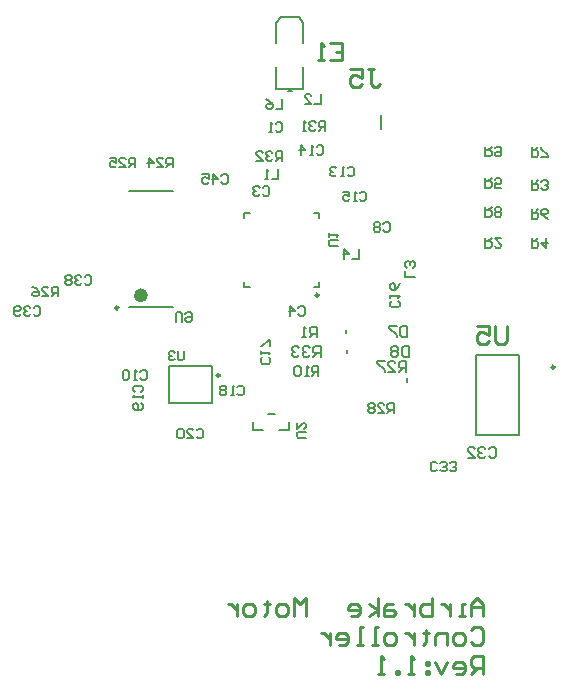
<source format=gbo>
G04*
G04 #@! TF.GenerationSoftware,Altium Limited,Altium Designer,21.5.1 (32)*
G04*
G04 Layer_Color=32896*
%FSLAX25Y25*%
%MOIN*%
G70*
G04*
G04 #@! TF.SameCoordinates,C11210EE-706E-4053-A979-2A702EC27353*
G04*
G04*
G04 #@! TF.FilePolarity,Positive*
G04*
G01*
G75*
%ADD10C,0.00787*%
%ADD11C,0.00984*%
%ADD12C,0.00600*%
%ADD16C,0.01000*%
%ADD17C,0.00500*%
%ADD116C,0.02362*%
D10*
X364461Y118008D02*
Y119190D01*
X364645Y111394D02*
Y112575D01*
X384831Y101909D02*
Y103091D01*
X350284Y214827D02*
Y221520D01*
X341228Y221520D02*
X342803Y223488D01*
X348709D02*
X350284Y221520D01*
X341228Y214827D02*
Y221520D01*
X342803Y223488D02*
X348709D01*
X341228Y199472D02*
X350284D01*
Y206953D01*
X341228Y199472D02*
Y206953D01*
X407717Y110689D02*
X422284D01*
X407717Y84311D02*
Y110689D01*
Y84311D02*
X422284D01*
Y110689D01*
X345165Y198898D02*
X346346D01*
X292119Y126771D02*
X306685D01*
X292119Y165353D02*
X306685D01*
X319717Y94840D02*
Y107241D01*
X305346Y94840D02*
X319717D01*
X305346D02*
Y107241D01*
X319717D01*
X338517Y91223D02*
X340682D01*
X345584Y85712D02*
Y88566D01*
X333615Y85712D02*
X336942D01*
X342257D02*
X345584D01*
X333615D02*
Y88566D01*
X353630Y133374D02*
X355402D01*
Y135145D01*
Y156405D02*
Y158177D01*
X353630D02*
X355402D01*
X330598D02*
X332370D01*
X330598Y156405D02*
Y158177D01*
Y133374D02*
X332370D01*
X330598D02*
Y135145D01*
X376051Y186236D02*
Y190764D01*
D11*
X433996Y106752D02*
G03*
X433996Y106752I-492J0D01*
G01*
X288575Y126574D02*
G03*
X288575Y126574I-492J0D01*
G01*
X322374Y103993D02*
G03*
X322374Y103993I-492J0D01*
G01*
X355303Y130815D02*
G03*
X355303Y130815I-492J0D01*
G01*
D12*
X355961Y110185D02*
Y113784D01*
X354162D01*
X353562Y113184D01*
Y111984D01*
X354162Y111384D01*
X355961D01*
X354762D02*
X353562Y110185D01*
X352362Y113184D02*
X351762Y113784D01*
X350563D01*
X349963Y113184D01*
Y112584D01*
X350563Y111984D01*
X351163D01*
X350563D01*
X349963Y111384D01*
Y110785D01*
X350563Y110185D01*
X351762D01*
X352362Y110785D01*
X348763Y113184D02*
X348164Y113784D01*
X346964D01*
X346364Y113184D01*
Y112584D01*
X346964Y111984D01*
X347564D01*
X346964D01*
X346364Y111384D01*
Y110785D01*
X346964Y110185D01*
X348164D01*
X348763Y110785D01*
X384511Y105201D02*
Y108799D01*
X382712D01*
X382112Y108200D01*
Y107000D01*
X382712Y106400D01*
X384511D01*
X383311D02*
X382112Y105201D01*
X378513D02*
X380912D01*
X378513Y107600D01*
Y108200D01*
X379113Y108799D01*
X380312D01*
X380912Y108200D01*
X377313Y108799D02*
X374914D01*
Y108200D01*
X377313Y105800D01*
Y105201D01*
X354743Y116681D02*
Y120280D01*
X352943D01*
X352344Y119680D01*
Y118480D01*
X352943Y117880D01*
X354743D01*
X353543D02*
X352344Y116681D01*
X351144D02*
X349944D01*
X350544D01*
Y120280D01*
X351144Y119680D01*
X385468Y110208D02*
Y113807D01*
X383668D01*
X383068Y113207D01*
Y110808D01*
X383668Y110208D01*
X385468D01*
X381869Y110808D02*
X381269Y110208D01*
X380069D01*
X379469Y110808D01*
Y111408D01*
X380069Y112008D01*
X379469Y112608D01*
Y113207D01*
X380069Y113807D01*
X381269D01*
X381869Y113207D01*
Y112608D01*
X381269Y112008D01*
X381869Y111408D01*
Y110808D01*
X381269Y112008D02*
X380069D01*
X384923Y120398D02*
Y116800D01*
X383124D01*
X382524Y117399D01*
Y119799D01*
X383124Y120398D01*
X384923D01*
X381325D02*
X378925D01*
Y119799D01*
X381325Y117399D01*
Y116800D01*
X412156Y79499D02*
X412756Y80099D01*
X413955D01*
X414555Y79499D01*
Y77100D01*
X413955Y76500D01*
X412756D01*
X412156Y77100D01*
X410956Y79499D02*
X410357Y80099D01*
X409157D01*
X408557Y79499D01*
Y78899D01*
X409157Y78300D01*
X409757D01*
X409157D01*
X408557Y77700D01*
Y77100D01*
X409157Y76500D01*
X410357D01*
X410956Y77100D01*
X404958Y76500D02*
X407358D01*
X404958Y78899D01*
Y79499D01*
X405558Y80099D01*
X406758D01*
X407358Y79499D01*
X343109Y175572D02*
Y178771D01*
X341510D01*
X340976Y178237D01*
Y177171D01*
X341510Y176638D01*
X343109D01*
X342043D02*
X340976Y175572D01*
X339910Y178237D02*
X339377Y178771D01*
X338311D01*
X337777Y178237D01*
Y177704D01*
X338311Y177171D01*
X338844D01*
X338311D01*
X337777Y176638D01*
Y176105D01*
X338311Y175572D01*
X339377D01*
X339910Y176105D01*
X334578Y175572D02*
X336711D01*
X334578Y177704D01*
Y178237D01*
X335112Y178771D01*
X336178D01*
X336711Y178237D01*
X357500Y185613D02*
Y188812D01*
X355900D01*
X355367Y188279D01*
Y187213D01*
X355900Y186679D01*
X357500D01*
X356434D02*
X355367Y185613D01*
X354301Y188279D02*
X353768Y188812D01*
X352701D01*
X352168Y188279D01*
Y187746D01*
X352701Y187213D01*
X353235D01*
X352701D01*
X352168Y186679D01*
Y186146D01*
X352701Y185613D01*
X353768D01*
X354301Y186146D01*
X351102Y185613D02*
X350036D01*
X350569D01*
Y188812D01*
X351102Y188279D01*
X295825Y105249D02*
X296358Y105782D01*
X297425D01*
X297958Y105249D01*
Y103116D01*
X297425Y102583D01*
X296358D01*
X295825Y103116D01*
X294759Y102583D02*
X293692D01*
X294226D01*
Y105782D01*
X294759Y105249D01*
X292093D02*
X291560Y105782D01*
X290493D01*
X289960Y105249D01*
Y103116D01*
X290493Y102583D01*
X291560D01*
X292093Y103116D01*
Y105249D01*
X322950Y170566D02*
X323483Y171099D01*
X324549D01*
X325082Y170566D01*
Y168434D01*
X324549Y167901D01*
X323483D01*
X322950Y168434D01*
X320284Y167901D02*
Y171099D01*
X321884Y169500D01*
X319751D01*
X316552Y171099D02*
X318685D01*
Y169500D01*
X317618Y170033D01*
X317085D01*
X316552Y169500D01*
Y168434D01*
X317085Y167901D01*
X318151D01*
X318685Y168434D01*
X294058Y98520D02*
X293525Y99053D01*
Y100119D01*
X294058Y100653D01*
X296191D01*
X296724Y100119D01*
Y99053D01*
X296191Y98520D01*
X296724Y97453D02*
Y96387D01*
Y96920D01*
X293525D01*
X294058Y97453D01*
X296191Y94788D02*
X296724Y94254D01*
Y93188D01*
X296191Y92655D01*
X294058D01*
X293525Y93188D01*
Y94254D01*
X294058Y94788D01*
X294591D01*
X295124Y94254D01*
Y92655D01*
X380376Y91592D02*
Y94791D01*
X378777D01*
X378243Y94258D01*
Y93192D01*
X378777Y92659D01*
X380376D01*
X379310D02*
X378243Y91592D01*
X375044D02*
X377177D01*
X375044Y93725D01*
Y94258D01*
X375577Y94791D01*
X376644D01*
X377177Y94258D01*
X373978D02*
X373445Y94791D01*
X372379D01*
X371845Y94258D01*
Y93725D01*
X372379Y93192D01*
X371845Y92659D01*
Y92126D01*
X372379Y91592D01*
X373445D01*
X373978Y92126D01*
Y92659D01*
X373445Y93192D01*
X373978Y93725D01*
Y94258D01*
X373445Y93192D02*
X372379D01*
X307651Y121900D02*
Y124566D01*
X308184Y125100D01*
X309251D01*
X309784Y124566D01*
Y121900D01*
X310850Y124566D02*
X311383Y125100D01*
X312450D01*
X312983Y124566D01*
Y122434D01*
X312450Y121900D01*
X311383D01*
X310850Y122434D01*
Y122967D01*
X311383Y123500D01*
X312983D01*
X361857Y147073D02*
X359191D01*
X358658Y147606D01*
Y148673D01*
X359191Y149206D01*
X361857D01*
X358658Y150272D02*
Y151339D01*
Y150805D01*
X361857D01*
X361324Y150272D01*
X268444Y130388D02*
Y133587D01*
X266845D01*
X266312Y133053D01*
Y131987D01*
X266845Y131454D01*
X268444D01*
X267378D02*
X266312Y130388D01*
X263113D02*
X265246D01*
X263113Y132520D01*
Y133053D01*
X263646Y133587D01*
X264712D01*
X265246Y133053D01*
X259914Y133587D02*
X260980Y133053D01*
X262047Y131987D01*
Y130921D01*
X261513Y130388D01*
X260447D01*
X259914Y130921D01*
Y131454D01*
X260447Y131987D01*
X262047D01*
X294251Y173400D02*
Y176600D01*
X292652D01*
X292119Y176066D01*
Y175000D01*
X292652Y174467D01*
X294251D01*
X293185D02*
X292119Y173400D01*
X288920D02*
X291052D01*
X288920Y175533D01*
Y176066D01*
X289453Y176600D01*
X290519D01*
X291052Y176066D01*
X285721Y176600D02*
X287853D01*
Y175000D01*
X286787Y175533D01*
X286254D01*
X285721Y175000D01*
Y173934D01*
X286254Y173400D01*
X287320D01*
X287853Y173934D01*
X306730Y173400D02*
Y176600D01*
X305131D01*
X304597Y176066D01*
Y175000D01*
X305131Y174467D01*
X306730D01*
X305664D02*
X304597Y173400D01*
X301398D02*
X303531D01*
X301398Y175533D01*
Y176066D01*
X301932Y176600D01*
X302998D01*
X303531Y176066D01*
X298733Y173400D02*
Y176600D01*
X300332Y175000D01*
X298200D01*
X355161Y103996D02*
Y107195D01*
X353562D01*
X353029Y106662D01*
Y105595D01*
X353562Y105062D01*
X355161D01*
X354095D02*
X353029Y103996D01*
X351962D02*
X350896D01*
X351429D01*
Y107195D01*
X351962Y106662D01*
X349296D02*
X348763Y107195D01*
X347697D01*
X347164Y106662D01*
Y104529D01*
X347697Y103996D01*
X348763D01*
X349296Y104529D01*
Y106662D01*
X410834Y180207D02*
Y177008D01*
X412434D01*
X412967Y177542D01*
Y178608D01*
X412434Y179141D01*
X410834D01*
X411901D02*
X412967Y180207D01*
X414033Y179674D02*
X414566Y180207D01*
X415633D01*
X416166Y179674D01*
Y177542D01*
X415633Y177008D01*
X414566D01*
X414033Y177542D01*
Y178075D01*
X414566Y178608D01*
X416166D01*
X410834Y160170D02*
Y156972D01*
X412434D01*
X412967Y157505D01*
Y158571D01*
X412434Y159104D01*
X410834D01*
X411901D02*
X412967Y160170D01*
X414033Y157505D02*
X414566Y156972D01*
X415633D01*
X416166Y157505D01*
Y158038D01*
X415633Y158571D01*
X416166Y159104D01*
Y159637D01*
X415633Y160170D01*
X414566D01*
X414033Y159637D01*
Y159104D01*
X414566Y158571D01*
X414033Y158038D01*
Y157505D01*
X414566Y158571D02*
X415633D01*
X426366Y180129D02*
Y176930D01*
X427965D01*
X428498Y177463D01*
Y178530D01*
X427965Y179063D01*
X426366D01*
X427432D02*
X428498Y180129D01*
X429565Y176930D02*
X431697D01*
Y177463D01*
X429565Y179596D01*
Y180129D01*
X426366Y159383D02*
Y156184D01*
X427965D01*
X428498Y156717D01*
Y157784D01*
X427965Y158317D01*
X426366D01*
X427432D02*
X428498Y159383D01*
X431697Y156184D02*
X430631Y156717D01*
X429565Y157784D01*
Y158850D01*
X430098Y159383D01*
X431164D01*
X431697Y158850D01*
Y158317D01*
X431164Y157784D01*
X429565D01*
X410834Y169824D02*
Y166625D01*
X412434D01*
X412967Y167158D01*
Y168224D01*
X412434Y168757D01*
X410834D01*
X411901D02*
X412967Y169824D01*
X416166Y166625D02*
X414033D01*
Y168224D01*
X415100Y167691D01*
X415633D01*
X416166Y168224D01*
Y169290D01*
X415633Y169824D01*
X414566D01*
X414033Y169290D01*
X426366Y149777D02*
Y146578D01*
X427965D01*
X428498Y147111D01*
Y148177D01*
X427965Y148711D01*
X426366D01*
X427432D02*
X428498Y149777D01*
X431164D02*
Y146578D01*
X429565Y148177D01*
X431697D01*
X426366Y169036D02*
Y165837D01*
X427965D01*
X428498Y166370D01*
Y167437D01*
X427965Y167970D01*
X426366D01*
X427432D02*
X428498Y169036D01*
X429565Y166370D02*
X430098Y165837D01*
X431164D01*
X431697Y166370D01*
Y166904D01*
X431164Y167437D01*
X430631D01*
X431164D01*
X431697Y167970D01*
Y168503D01*
X431164Y169036D01*
X430098D01*
X429565Y168503D01*
X410834Y149777D02*
Y146578D01*
X412434D01*
X412967Y147111D01*
Y148177D01*
X412434Y148711D01*
X410834D01*
X411901D02*
X412967Y149777D01*
X416166D02*
X414033D01*
X416166Y147644D01*
Y147111D01*
X415633Y146578D01*
X414566D01*
X414033Y147111D01*
X343166Y196167D02*
Y192968D01*
X341033D01*
X337834Y196167D02*
X338900Y195634D01*
X339967Y194568D01*
Y193501D01*
X339434Y192968D01*
X338367D01*
X337834Y193501D01*
Y194035D01*
X338367Y194568D01*
X339967D01*
X368698Y146194D02*
Y142995D01*
X366565D01*
X363899D02*
Y146194D01*
X365499Y144594D01*
X363366D01*
X387480Y136720D02*
X384282D01*
Y138853D01*
X386947Y139919D02*
X387480Y140452D01*
Y141518D01*
X386947Y142051D01*
X386414D01*
X385881Y141518D01*
Y140985D01*
Y141518D01*
X385348Y142051D01*
X384815D01*
X384282Y141518D01*
Y140452D01*
X384815Y139919D01*
X356040Y197767D02*
Y194568D01*
X353907D01*
X350708D02*
X352841D01*
X350708Y196700D01*
Y197234D01*
X351241Y197767D01*
X352308D01*
X352841Y197234D01*
X341764Y172781D02*
Y169582D01*
X339631D01*
X338565D02*
X337498D01*
X338032D01*
Y172781D01*
X338565Y172247D01*
X260345Y126582D02*
X260878Y127115D01*
X261945D01*
X262478Y126582D01*
Y124449D01*
X261945Y123916D01*
X260878D01*
X260345Y124449D01*
X259279Y126582D02*
X258746Y127115D01*
X257679D01*
X257146Y126582D01*
Y126048D01*
X257679Y125515D01*
X258213D01*
X257679D01*
X257146Y124982D01*
Y124449D01*
X257679Y123916D01*
X258746D01*
X259279Y124449D01*
X256080D02*
X255547Y123916D01*
X254481D01*
X253947Y124449D01*
Y126582D01*
X254481Y127115D01*
X255547D01*
X256080Y126582D01*
Y126048D01*
X255547Y125515D01*
X253947D01*
X277302Y136931D02*
X277835Y137465D01*
X278901D01*
X279435Y136931D01*
Y134799D01*
X278901Y134266D01*
X277835D01*
X277302Y134799D01*
X276236Y136931D02*
X275702Y137465D01*
X274636D01*
X274103Y136931D01*
Y136398D01*
X274636Y135865D01*
X275169D01*
X274636D01*
X274103Y135332D01*
Y134799D01*
X274636Y134266D01*
X275702D01*
X276236Y134799D01*
X273037Y136931D02*
X272503Y137465D01*
X271437D01*
X270904Y136931D01*
Y136398D01*
X271437Y135865D01*
X270904Y135332D01*
Y134799D01*
X271437Y134266D01*
X272503D01*
X273037Y134799D01*
Y135332D01*
X272503Y135865D01*
X273037Y136398D01*
Y136931D01*
X272503Y135865D02*
X271437D01*
X394796Y72600D02*
X394263Y72067D01*
X393197D01*
X392664Y72600D01*
Y74732D01*
X393197Y75266D01*
X394263D01*
X394796Y74732D01*
X395863Y72600D02*
X396396Y72067D01*
X397462D01*
X397995Y72600D01*
Y73133D01*
X397462Y73666D01*
X396929D01*
X397462D01*
X397995Y74199D01*
Y74732D01*
X397462Y75266D01*
X396396D01*
X395863Y74732D01*
X399062Y72600D02*
X399595Y72067D01*
X400661D01*
X401194Y72600D01*
Y73133D01*
X400661Y73666D01*
X400128D01*
X400661D01*
X401194Y74199D01*
Y74732D01*
X400661Y75266D01*
X399595D01*
X399062Y74732D01*
X314656Y85682D02*
X315190Y86215D01*
X316256D01*
X316789Y85682D01*
Y83550D01*
X316256Y83017D01*
X315190D01*
X314656Y83550D01*
X311457Y83017D02*
X313590D01*
X311457Y85149D01*
Y85682D01*
X311991Y86215D01*
X313057D01*
X313590Y85682D01*
X310391D02*
X309858Y86215D01*
X308792D01*
X308259Y85682D01*
Y83550D01*
X308792Y83017D01*
X309858D01*
X310391Y83550D01*
Y85682D01*
X328245Y100114D02*
X328779Y100647D01*
X329845D01*
X330378Y100114D01*
Y97981D01*
X329845Y97448D01*
X328779D01*
X328245Y97981D01*
X327179Y97448D02*
X326113D01*
X326646D01*
Y100647D01*
X327179Y100114D01*
X324513D02*
X323980Y100647D01*
X322914D01*
X322381Y100114D01*
Y99580D01*
X322914Y99047D01*
X322381Y98514D01*
Y97981D01*
X322914Y97448D01*
X323980D01*
X324513Y97981D01*
Y98514D01*
X323980Y99047D01*
X324513Y99580D01*
Y100114D01*
X323980Y99047D02*
X322914D01*
X338692Y110061D02*
X339226Y109528D01*
Y108462D01*
X338692Y107928D01*
X336560D01*
X336027Y108462D01*
Y109528D01*
X336560Y110061D01*
X336027Y111127D02*
Y112194D01*
Y111661D01*
X339226D01*
X338692Y111127D01*
X339226Y113793D02*
Y115926D01*
X338692D01*
X336560Y113793D01*
X336027D01*
X381815Y128856D02*
X382348Y128323D01*
Y127257D01*
X381815Y126724D01*
X379682D01*
X379149Y127257D01*
Y128323D01*
X379682Y128856D01*
X379149Y129923D02*
Y130989D01*
Y130456D01*
X382348D01*
X381815Y129923D01*
X382348Y134721D02*
X381815Y133655D01*
X380749Y132588D01*
X379682D01*
X379149Y133122D01*
Y134188D01*
X379682Y134721D01*
X380216D01*
X380749Y134188D01*
Y132588D01*
X354649Y180206D02*
X355183Y180739D01*
X356249D01*
X356782Y180206D01*
Y178073D01*
X356249Y177540D01*
X355183D01*
X354649Y178073D01*
X353583Y177540D02*
X352517D01*
X353050D01*
Y180739D01*
X353583Y180206D01*
X349318Y177540D02*
Y180739D01*
X350917Y179140D01*
X348785D01*
X364984Y173035D02*
X365517Y173568D01*
X366583D01*
X367116Y173035D01*
Y170902D01*
X366583Y170369D01*
X365517D01*
X364984Y170902D01*
X363917Y170369D02*
X362851D01*
X363384D01*
Y173568D01*
X363917Y173035D01*
X361252D02*
X360718Y173568D01*
X359652D01*
X359119Y173035D01*
Y172502D01*
X359652Y171968D01*
X360185D01*
X359652D01*
X359119Y171435D01*
Y170902D01*
X359652Y170369D01*
X360718D01*
X361252Y170902D01*
X376911Y154626D02*
X377444Y155159D01*
X378511D01*
X379044Y154626D01*
Y152493D01*
X378511Y151960D01*
X377444D01*
X376911Y152493D01*
X375845Y154626D02*
X375312Y155159D01*
X374245D01*
X373712Y154626D01*
Y154093D01*
X374245Y153559D01*
X373712Y153026D01*
Y152493D01*
X374245Y151960D01*
X375312D01*
X375845Y152493D01*
Y153026D01*
X375312Y153559D01*
X375845Y154093D01*
Y154626D01*
X375312Y153559D02*
X374245D01*
X348540Y126544D02*
X349073Y127077D01*
X350140D01*
X350673Y126544D01*
Y124411D01*
X350140Y123878D01*
X349073D01*
X348540Y124411D01*
X345874Y123878D02*
Y127077D01*
X347474Y125478D01*
X345341D01*
X336725Y166551D02*
X337258Y167084D01*
X338324D01*
X338858Y166551D01*
Y164418D01*
X338324Y163885D01*
X337258D01*
X336725Y164418D01*
X335659Y166551D02*
X335125Y167084D01*
X334059D01*
X333526Y166551D01*
Y166018D01*
X334059Y165485D01*
X334592D01*
X334059D01*
X333526Y164951D01*
Y164418D01*
X334059Y163885D01*
X335125D01*
X335659Y164418D01*
X340965Y187991D02*
X341498Y188525D01*
X342564D01*
X343097Y187991D01*
Y185859D01*
X342564Y185326D01*
X341498D01*
X340965Y185859D01*
X339898Y185326D02*
X338832D01*
X339365D01*
Y188525D01*
X339898Y187991D01*
D16*
X410000Y23695D02*
Y27694D01*
X408001Y29693D01*
X406001Y27694D01*
Y23695D01*
Y26694D01*
X410000D01*
X404002Y23695D02*
X402003D01*
X403002D01*
Y27694D01*
X404002D01*
X399004D02*
Y23695D01*
Y25695D01*
X398004Y26694D01*
X397004Y27694D01*
X396005D01*
X393005Y29693D02*
Y23695D01*
X390006D01*
X389007Y24695D01*
Y25695D01*
Y26694D01*
X390006Y27694D01*
X393005D01*
X387007D02*
Y23695D01*
Y25695D01*
X386008Y26694D01*
X385008Y27694D01*
X384008D01*
X380010D02*
X378010D01*
X377011Y26694D01*
Y23695D01*
X380010D01*
X381009Y24695D01*
X380010Y25695D01*
X377011D01*
X375011Y23695D02*
Y29693D01*
Y25695D02*
X372012Y27694D01*
X375011Y25695D02*
X372012Y23695D01*
X366014D02*
X368014D01*
X369013Y24695D01*
Y26694D01*
X368014Y27694D01*
X366014D01*
X365015Y26694D01*
Y25695D01*
X369013D01*
X351019Y23695D02*
Y29693D01*
X349020Y27694D01*
X347020Y29693D01*
Y23695D01*
X344021D02*
X342022D01*
X341022Y24695D01*
Y26694D01*
X342022Y27694D01*
X344021D01*
X345021Y26694D01*
Y24695D01*
X344021Y23695D01*
X338023Y28694D02*
Y27694D01*
X339023D01*
X337024D01*
X338023D01*
Y24695D01*
X337024Y23695D01*
X333025D02*
X331026D01*
X330026Y24695D01*
Y26694D01*
X331026Y27694D01*
X333025D01*
X334025Y26694D01*
Y24695D01*
X333025Y23695D01*
X328027Y27694D02*
Y23695D01*
Y25695D01*
X327027Y26694D01*
X326027Y27694D01*
X325027D01*
X406001Y19096D02*
X407001Y20096D01*
X409000D01*
X410000Y19096D01*
Y15097D01*
X409000Y14098D01*
X407001D01*
X406001Y15097D01*
X403002Y14098D02*
X401003D01*
X400003Y15097D01*
Y17097D01*
X401003Y18096D01*
X403002D01*
X404002Y17097D01*
Y15097D01*
X403002Y14098D01*
X398004D02*
Y18096D01*
X395005D01*
X394005Y17097D01*
Y14098D01*
X391006Y19096D02*
Y18096D01*
X392006D01*
X390006D01*
X391006D01*
Y15097D01*
X390006Y14098D01*
X387007Y18096D02*
Y14098D01*
Y16097D01*
X386008Y17097D01*
X385008Y18096D01*
X384008D01*
X380010Y14098D02*
X378010D01*
X377011Y15097D01*
Y17097D01*
X378010Y18096D01*
X380010D01*
X381009Y17097D01*
Y15097D01*
X380010Y14098D01*
X375011D02*
X373012D01*
X374012D01*
Y20096D01*
X375011D01*
X370013Y14098D02*
X368014D01*
X369013D01*
Y20096D01*
X370013D01*
X362016Y14098D02*
X364015D01*
X365015Y15097D01*
Y17097D01*
X364015Y18096D01*
X362016D01*
X361016Y17097D01*
Y16097D01*
X365015D01*
X359016Y18096D02*
Y14098D01*
Y16097D01*
X358017Y17097D01*
X357017Y18096D01*
X356017D01*
X410000Y4500D02*
Y10498D01*
X407001D01*
X406001Y9498D01*
Y7499D01*
X407001Y6499D01*
X410000D01*
X408001D02*
X406001Y4500D01*
X401003D02*
X403002D01*
X404002Y5500D01*
Y7499D01*
X403002Y8499D01*
X401003D01*
X400003Y7499D01*
Y6499D01*
X404002D01*
X398004Y8499D02*
X396005Y4500D01*
X394005Y8499D01*
X392006D02*
X391006D01*
Y7499D01*
X392006D01*
Y8499D01*
Y5500D02*
X391006D01*
Y4500D01*
X392006D01*
Y5500D01*
X387007Y4500D02*
X385008D01*
X386008D01*
Y10498D01*
X387007Y9498D01*
X382009Y4500D02*
Y5500D01*
X381009D01*
Y4500D01*
X382009D01*
X377011D02*
X375011D01*
X376011D01*
Y10498D01*
X377011Y9498D01*
X418030Y120495D02*
Y115497D01*
X417030Y114497D01*
X415031D01*
X414031Y115497D01*
Y120495D01*
X408033D02*
X412032D01*
Y117496D01*
X410033Y118496D01*
X409033D01*
X408033Y117496D01*
Y115497D01*
X409033Y114497D01*
X411032D01*
X412032Y115497D01*
X359000Y214999D02*
X362999D01*
Y209001D01*
X359000D01*
X362999Y212000D02*
X360999D01*
X357001Y209001D02*
X355001D01*
X356001D01*
Y214999D01*
X357001Y213999D01*
X371801Y206198D02*
X373801D01*
X372801D01*
Y201200D01*
X373801Y200200D01*
X374800D01*
X375800Y201200D01*
X365803Y206198D02*
X369802D01*
Y203199D01*
X367803Y204199D01*
X366803D01*
X365803Y203199D01*
Y201200D01*
X366803Y200200D01*
X368802D01*
X369802Y201200D01*
D17*
X310454Y112040D02*
Y109540D01*
X309954Y109041D01*
X308954D01*
X308455Y109540D01*
Y112040D01*
X307455Y111540D02*
X306955Y112040D01*
X305955D01*
X305455Y111540D01*
Y111040D01*
X305955Y110540D01*
X306455D01*
X305955D01*
X305455Y110040D01*
Y109540D01*
X305955Y109041D01*
X306955D01*
X307455Y109540D01*
X351073Y83212D02*
X348574D01*
X348074Y83712D01*
Y84712D01*
X348574Y85212D01*
X351073D01*
X348074Y88211D02*
Y86211D01*
X350073Y88211D01*
X350573D01*
X351073Y87711D01*
Y86711D01*
X350573Y86211D01*
X369061Y164726D02*
X369561Y165226D01*
X370560D01*
X371060Y164726D01*
Y162727D01*
X370560Y162227D01*
X369561D01*
X369061Y162727D01*
X368061Y162227D02*
X367061D01*
X367561D01*
Y165226D01*
X368061Y164726D01*
X363562Y165226D02*
X365562D01*
Y163727D01*
X364562Y164226D01*
X364062D01*
X363562Y163727D01*
Y162727D01*
X364062Y162227D01*
X365062D01*
X365562Y162727D01*
D116*
X297237Y130708D02*
G03*
X297237Y130708I-1181J0D01*
G01*
M02*

</source>
